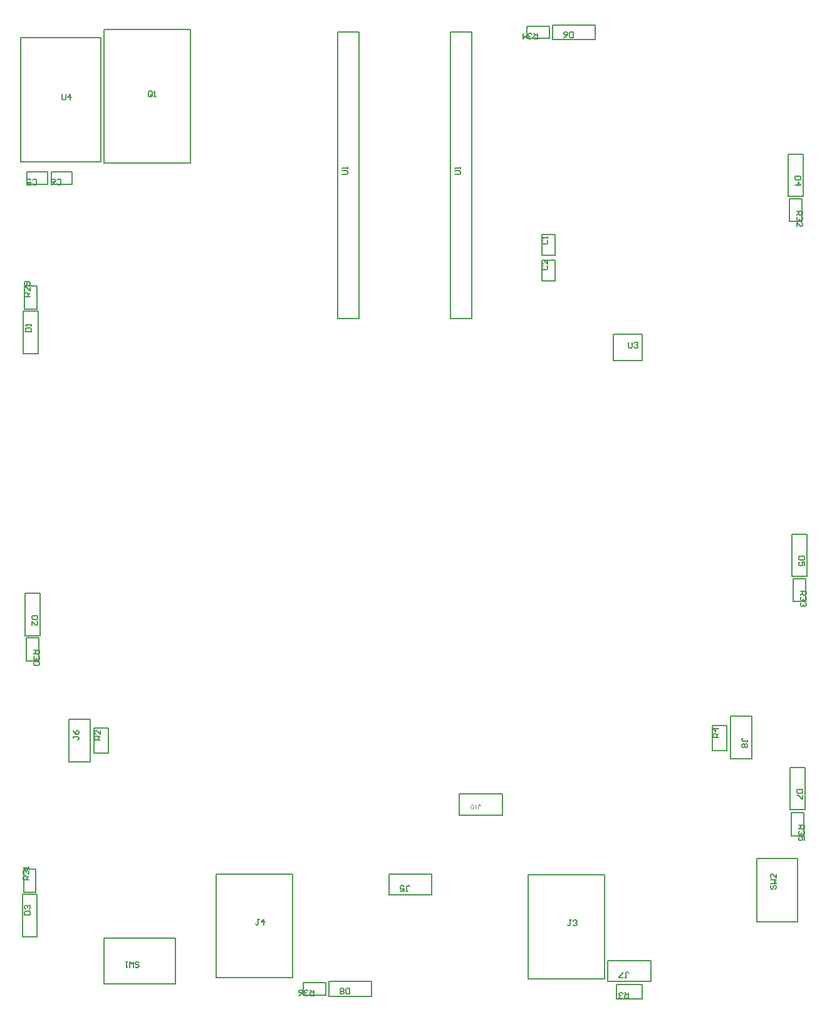
<source format=gbr>
G04*
G04 #@! TF.GenerationSoftware,Altium Limited,Altium Designer,22.4.2 (48)*
G04*
G04 Layer_Color=16711935*
%FSLAX24Y24*%
%MOIN*%
G70*
G04*
G04 #@! TF.SameCoordinates,94B06879-D93D-4629-8478-E99B9EA78D0E*
G04*
G04*
G04 #@! TF.FilePolarity,Positive*
G04*
G01*
G75*
%ADD13C,0.0079*%
%ADD14C,0.0050*%
G36*
X33685Y19250D02*
X33688Y19250D01*
X33690Y19249D01*
X33694Y19249D01*
X33697Y19248D01*
X33701Y19248D01*
X33705Y19247D01*
X33709Y19245D01*
X33714Y19244D01*
X33718Y19242D01*
X33722Y19240D01*
X33726Y19237D01*
X33730Y19234D01*
X33733Y19231D01*
X33733Y19231D01*
X33734Y19230D01*
X33735Y19229D01*
X33736Y19227D01*
X33737Y19225D01*
X33739Y19223D01*
X33740Y19220D01*
X33742Y19217D01*
X33743Y19213D01*
X33745Y19209D01*
X33746Y19204D01*
X33748Y19199D01*
X33749Y19194D01*
X33749Y19188D01*
X33750Y19181D01*
Y19174D01*
X33720Y19170D01*
Y19171D01*
Y19172D01*
X33720Y19173D01*
X33720Y19175D01*
X33719Y19177D01*
X33719Y19180D01*
X33719Y19183D01*
X33718Y19186D01*
X33717Y19193D01*
X33715Y19199D01*
X33714Y19202D01*
X33713Y19205D01*
X33711Y19208D01*
X33709Y19210D01*
X33709Y19210D01*
X33709Y19210D01*
X33708Y19211D01*
X33707Y19211D01*
X33707Y19212D01*
X33705Y19213D01*
X33704Y19214D01*
X33702Y19215D01*
X33700Y19216D01*
X33698Y19217D01*
X33696Y19218D01*
X33694Y19219D01*
X33691Y19219D01*
X33688Y19220D01*
X33686Y19220D01*
X33682Y19220D01*
X33681D01*
X33680Y19220D01*
X33679D01*
X33678Y19220D01*
X33675Y19220D01*
X33672Y19219D01*
X33668Y19218D01*
X33664Y19217D01*
X33661Y19215D01*
X33661D01*
X33660Y19214D01*
X33659Y19214D01*
X33658Y19212D01*
X33656Y19211D01*
X33654Y19208D01*
X33652Y19206D01*
X33650Y19203D01*
X33648Y19199D01*
Y19199D01*
X33648Y19198D01*
X33648Y19198D01*
X33648Y19197D01*
X33648Y19196D01*
X33647Y19195D01*
X33647Y19193D01*
X33646Y19191D01*
X33646Y19189D01*
X33646Y19187D01*
X33646Y19184D01*
X33645Y19182D01*
X33645Y19178D01*
X33645Y19175D01*
X33645Y19172D01*
Y19168D01*
Y18994D01*
X33612D01*
Y19166D01*
Y19166D01*
Y19167D01*
Y19169D01*
X33612Y19171D01*
Y19173D01*
X33612Y19176D01*
X33612Y19180D01*
X33612Y19184D01*
X33613Y19187D01*
X33613Y19191D01*
X33615Y19200D01*
X33616Y19204D01*
X33617Y19207D01*
X33618Y19211D01*
X33619Y19215D01*
Y19215D01*
X33620Y19215D01*
X33620Y19216D01*
X33621Y19217D01*
X33622Y19219D01*
X33623Y19221D01*
X33624Y19222D01*
X33625Y19224D01*
X33627Y19226D01*
X33629Y19229D01*
X33631Y19231D01*
X33633Y19233D01*
X33635Y19235D01*
X33638Y19237D01*
X33640Y19239D01*
X33644Y19241D01*
X33644Y19241D01*
X33644Y19241D01*
X33645Y19242D01*
X33646Y19242D01*
X33648Y19243D01*
X33650Y19244D01*
X33652Y19245D01*
X33655Y19245D01*
X33657Y19246D01*
X33660Y19247D01*
X33664Y19248D01*
X33667Y19249D01*
X33670Y19249D01*
X33674Y19250D01*
X33678Y19250D01*
X33682Y19250D01*
X33684D01*
X33685Y19250D01*
D02*
G37*
G36*
X33484Y19049D02*
X33484Y19049D01*
X33485Y19049D01*
X33485Y19050D01*
X33486Y19051D01*
X33487Y19052D01*
X33489Y19053D01*
X33490Y19054D01*
X33492Y19056D01*
X33494Y19057D01*
X33496Y19059D01*
X33499Y19061D01*
X33501Y19063D01*
X33504Y19064D01*
X33507Y19066D01*
X33514Y19070D01*
X33514Y19071D01*
X33514Y19071D01*
X33515Y19071D01*
X33517Y19072D01*
X33518Y19073D01*
X33520Y19074D01*
X33522Y19075D01*
X33524Y19076D01*
X33529Y19079D01*
X33535Y19081D01*
X33541Y19084D01*
X33546Y19086D01*
Y19056D01*
X33546Y19056D01*
X33545Y19056D01*
X33543Y19055D01*
X33542Y19054D01*
X33539Y19053D01*
X33537Y19052D01*
X33534Y19050D01*
X33531Y19048D01*
X33527Y19046D01*
X33524Y19044D01*
X33516Y19039D01*
X33508Y19033D01*
X33501Y19027D01*
X33500Y19027D01*
X33500Y19026D01*
X33499Y19025D01*
X33498Y19024D01*
X33496Y19022D01*
X33494Y19021D01*
X33492Y19018D01*
X33490Y19016D01*
X33488Y19014D01*
X33485Y19011D01*
X33481Y19005D01*
X33477Y18999D01*
X33475Y18996D01*
X33473Y18993D01*
X33453D01*
Y19246D01*
X33484D01*
Y19049D01*
D02*
G37*
G36*
X33295Y19250D02*
X33298Y19250D01*
X33301Y19249D01*
X33305Y19249D01*
X33308Y19248D01*
X33313Y19247D01*
X33317Y19245D01*
X33322Y19244D01*
X33327Y19242D01*
X33332Y19239D01*
X33336Y19236D01*
X33341Y19233D01*
X33345Y19229D01*
X33349Y19224D01*
Y19224D01*
X33349Y19224D01*
X33350Y19223D01*
X33350Y19223D01*
X33351Y19222D01*
X33352Y19221D01*
X33352Y19220D01*
X33353Y19218D01*
X33354Y19217D01*
X33355Y19215D01*
X33356Y19213D01*
X33357Y19211D01*
X33358Y19208D01*
X33359Y19205D01*
X33361Y19203D01*
X33362Y19200D01*
X33363Y19196D01*
X33364Y19193D01*
X33365Y19189D01*
X33366Y19185D01*
X33367Y19181D01*
X33368Y19177D01*
X33369Y19172D01*
X33370Y19168D01*
X33371Y19163D01*
X33372Y19158D01*
X33372Y19152D01*
X33373Y19146D01*
X33373Y19141D01*
X33374Y19135D01*
X33374Y19128D01*
Y19122D01*
Y19122D01*
Y19121D01*
Y19121D01*
Y19120D01*
Y19119D01*
Y19117D01*
X33374Y19116D01*
Y19114D01*
X33374Y19111D01*
X33373Y19106D01*
X33373Y19101D01*
X33373Y19096D01*
X33372Y19090D01*
X33372Y19085D01*
X33370Y19073D01*
X33369Y19067D01*
X33368Y19061D01*
X33367Y19055D01*
X33365Y19050D01*
X33365Y19049D01*
X33365Y19049D01*
X33364Y19047D01*
X33363Y19045D01*
X33362Y19043D01*
X33361Y19040D01*
X33360Y19037D01*
X33358Y19034D01*
X33356Y19031D01*
X33354Y19028D01*
X33352Y19024D01*
X33350Y19021D01*
X33347Y19017D01*
X33344Y19014D01*
X33341Y19011D01*
X33338Y19008D01*
X33337Y19008D01*
X33337Y19007D01*
X33336Y19006D01*
X33334Y19005D01*
X33332Y19004D01*
X33330Y19003D01*
X33328Y19002D01*
X33325Y19000D01*
X33322Y18999D01*
X33318Y18998D01*
X33315Y18996D01*
X33311Y18995D01*
X33306Y18994D01*
X33302Y18994D01*
X33297Y18993D01*
X33292Y18993D01*
X33290D01*
X33288Y18993D01*
X33287D01*
X33285Y18993D01*
X33282Y18994D01*
X33280Y18994D01*
X33274Y18995D01*
X33268Y18996D01*
X33262Y18998D01*
X33259Y19000D01*
X33256Y19001D01*
X33256D01*
X33256Y19002D01*
X33255Y19002D01*
X33254Y19003D01*
X33253Y19004D01*
X33251Y19005D01*
X33249Y19006D01*
X33247Y19007D01*
X33244Y19010D01*
X33239Y19015D01*
X33235Y19019D01*
X33231Y19025D01*
X33231Y19025D01*
X33231Y19026D01*
X33230Y19027D01*
X33230Y19028D01*
X33229Y19029D01*
X33228Y19031D01*
X33227Y19033D01*
X33226Y19035D01*
X33224Y19038D01*
X33223Y19041D01*
X33222Y19044D01*
X33220Y19047D01*
X33219Y19051D01*
X33218Y19054D01*
X33217Y19058D01*
X33216Y19062D01*
Y19062D01*
X33215Y19063D01*
X33215Y19064D01*
X33215Y19066D01*
X33214Y19068D01*
X33214Y19071D01*
X33213Y19074D01*
X33213Y19078D01*
X33212Y19082D01*
X33212Y19086D01*
X33211Y19091D01*
X33211Y19097D01*
X33210Y19102D01*
X33210Y19108D01*
X33210Y19115D01*
Y19122D01*
Y19122D01*
Y19122D01*
Y19123D01*
Y19124D01*
Y19125D01*
Y19126D01*
X33210Y19127D01*
Y19129D01*
X33210Y19133D01*
X33210Y19137D01*
X33211Y19142D01*
X33211Y19147D01*
X33211Y19153D01*
X33212Y19159D01*
X33214Y19170D01*
X33215Y19176D01*
X33216Y19182D01*
X33217Y19188D01*
X33219Y19193D01*
X33219Y19194D01*
X33219Y19194D01*
X33220Y19196D01*
X33221Y19198D01*
X33222Y19200D01*
X33223Y19203D01*
X33224Y19206D01*
X33226Y19209D01*
X33228Y19212D01*
X33230Y19215D01*
X33232Y19219D01*
X33234Y19223D01*
X33237Y19226D01*
X33240Y19229D01*
X33243Y19232D01*
X33246Y19235D01*
X33247Y19235D01*
X33247Y19236D01*
X33248Y19237D01*
X33250Y19238D01*
X33252Y19239D01*
X33254Y19240D01*
X33256Y19241D01*
X33259Y19243D01*
X33262Y19244D01*
X33266Y19245D01*
X33269Y19247D01*
X33273Y19248D01*
X33278Y19249D01*
X33282Y19249D01*
X33287Y19250D01*
X33292Y19250D01*
X33294D01*
X33295Y19250D01*
D02*
G37*
%LPC*%
G36*
X33292Y19225D02*
X33291D01*
X33290Y19224D01*
X33288Y19224D01*
X33287Y19224D01*
X33284Y19223D01*
X33282Y19223D01*
X33280Y19222D01*
X33277Y19221D01*
X33274Y19220D01*
X33271Y19218D01*
X33268Y19216D01*
X33265Y19214D01*
X33262Y19211D01*
X33259Y19208D01*
X33256Y19204D01*
X33256Y19204D01*
X33256Y19203D01*
X33255Y19202D01*
X33254Y19200D01*
X33253Y19197D01*
X33252Y19194D01*
X33250Y19191D01*
X33249Y19186D01*
X33248Y19184D01*
X33248Y19181D01*
X33247Y19178D01*
X33246Y19175D01*
X33246Y19172D01*
X33245Y19168D01*
X33244Y19165D01*
X33244Y19161D01*
X33244Y19157D01*
X33243Y19152D01*
X33243Y19148D01*
X33242Y19143D01*
X33242Y19138D01*
X33242Y19133D01*
X33242Y19127D01*
Y19122D01*
Y19122D01*
Y19121D01*
Y19120D01*
Y19119D01*
Y19118D01*
Y19116D01*
X33242Y19114D01*
Y19112D01*
X33242Y19109D01*
Y19107D01*
X33242Y19101D01*
X33243Y19095D01*
X33244Y19088D01*
X33244Y19081D01*
X33245Y19074D01*
X33246Y19067D01*
X33248Y19061D01*
X33249Y19054D01*
X33252Y19049D01*
X33253Y19046D01*
X33254Y19044D01*
X33255Y19041D01*
X33256Y19039D01*
X33256Y19039D01*
X33257Y19038D01*
X33258Y19037D01*
X33259Y19036D01*
X33260Y19035D01*
X33262Y19033D01*
X33264Y19031D01*
X33266Y19029D01*
X33269Y19027D01*
X33271Y19025D01*
X33274Y19023D01*
X33278Y19022D01*
X33281Y19021D01*
X33284Y19020D01*
X33288Y19019D01*
X33292Y19019D01*
X33293D01*
X33294Y19019D01*
X33296Y19019D01*
X33298Y19019D01*
X33300Y19020D01*
X33302Y19020D01*
X33304Y19021D01*
X33307Y19022D01*
X33310Y19023D01*
X33313Y19024D01*
X33316Y19026D01*
X33318Y19028D01*
X33321Y19031D01*
X33324Y19034D01*
X33326Y19037D01*
X33326Y19037D01*
X33327Y19038D01*
X33328Y19039D01*
X33329Y19041D01*
X33330Y19044D01*
X33331Y19047D01*
X33333Y19051D01*
X33334Y19056D01*
X33335Y19059D01*
X33336Y19061D01*
X33337Y19064D01*
X33337Y19068D01*
X33338Y19071D01*
X33338Y19075D01*
X33339Y19078D01*
X33340Y19082D01*
X33340Y19087D01*
X33341Y19091D01*
X33341Y19095D01*
X33341Y19100D01*
X33342Y19105D01*
X33342Y19111D01*
X33342Y19116D01*
Y19122D01*
Y19122D01*
Y19122D01*
Y19123D01*
Y19124D01*
Y19126D01*
X33342Y19128D01*
Y19130D01*
Y19132D01*
X33342Y19134D01*
Y19137D01*
X33341Y19142D01*
X33341Y19149D01*
X33340Y19155D01*
X33340Y19162D01*
X33339Y19169D01*
X33337Y19176D01*
X33336Y19183D01*
X33335Y19189D01*
X33332Y19195D01*
X33331Y19197D01*
X33330Y19200D01*
X33329Y19202D01*
X33328Y19204D01*
X33328Y19204D01*
X33327Y19205D01*
X33326Y19206D01*
X33325Y19207D01*
X33324Y19209D01*
X33322Y19211D01*
X33320Y19213D01*
X33318Y19214D01*
X33315Y19216D01*
X33313Y19218D01*
X33310Y19220D01*
X33306Y19221D01*
X33303Y19223D01*
X33300Y19224D01*
X33296Y19224D01*
X33292Y19225D01*
D02*
G37*
%LPD*%
D13*
X34888Y18691D02*
Y19809D01*
X32612D02*
X34888D01*
X32612Y18691D02*
Y19809D01*
Y18691D02*
X34888D01*
X17509Y9730D02*
Y12170D01*
X13691D02*
X17509D01*
X13691Y9730D02*
Y12170D01*
Y9730D02*
X17509D01*
X39822Y59906D02*
Y60694D01*
X37578D02*
X39822D01*
X37578Y59906D02*
Y60694D01*
Y59906D02*
X39822D01*
X37410Y59975D02*
Y60625D01*
X36190D02*
X37410D01*
X36190Y59975D02*
Y60625D01*
Y59975D02*
X37410D01*
X26135Y45086D02*
X27265D01*
Y60314D01*
X26135D02*
X27265D01*
X26135Y45086D02*
Y60314D01*
X32135Y45086D02*
X33265D01*
Y60314D01*
X32135D02*
X33265D01*
X32135Y45086D02*
Y60314D01*
X9475Y45590D02*
X10125D01*
Y46810D01*
X9475D02*
X10125D01*
X9475Y45590D02*
Y46810D01*
X9425Y14590D02*
X10075D01*
Y15810D01*
X9425D02*
X10075D01*
X9425Y14590D02*
Y15810D01*
X50375Y31260D02*
X51025D01*
X50375Y30040D02*
Y31260D01*
Y30040D02*
X51025D01*
Y31260D01*
X50275Y18810D02*
X50925D01*
X50275Y17590D02*
Y18810D01*
Y17590D02*
X50925D01*
Y18810D01*
X50175Y51460D02*
X50825D01*
X50175Y50240D02*
Y51460D01*
Y50240D02*
X50825D01*
Y51460D01*
X9575Y28110D02*
X10225D01*
X9575Y26890D02*
Y28110D01*
Y26890D02*
X10225D01*
Y28110D01*
X25510Y9125D02*
Y9775D01*
X24290D02*
X25510D01*
X24290Y9125D02*
Y9775D01*
Y9125D02*
X25510D01*
X50306Y33622D02*
X51094D01*
X50306Y31378D02*
Y33622D01*
Y31378D02*
X51094D01*
Y33622D01*
X27922Y9056D02*
Y9844D01*
X25678D02*
X27922D01*
X25678Y9056D02*
Y9844D01*
Y9056D02*
X27922D01*
X50206Y21222D02*
X50994D01*
X50206Y18978D02*
Y21222D01*
Y18978D02*
X50994D01*
Y21222D01*
X50106Y53822D02*
X50894D01*
X50106Y51578D02*
Y53822D01*
Y51578D02*
X50894D01*
Y53822D01*
X9406Y43228D02*
X10194D01*
Y45472D01*
X9406D02*
X10194D01*
X9406Y43228D02*
Y45472D01*
X9506Y30472D02*
X10294D01*
X9506Y28228D02*
Y30472D01*
Y28228D02*
X10294D01*
Y30472D01*
X9356Y12228D02*
X10144D01*
Y14472D01*
X9356D02*
X10144D01*
X9356Y12228D02*
Y14472D01*
X48426Y13036D02*
X50592D01*
Y16383D01*
X48426D02*
X50592D01*
X48426Y13036D02*
Y16383D01*
X37015Y47099D02*
X37685D01*
Y48201D01*
X37015D02*
X37685D01*
X37015Y47099D02*
Y48201D01*
Y48449D02*
X37685D01*
Y49551D01*
X37015D02*
X37685D01*
X37015Y48449D02*
Y49551D01*
X40794Y42851D02*
Y44249D01*
Y42851D02*
X42330D01*
Y44249D01*
X40794D02*
X42330D01*
X9254Y53423D02*
Y60037D01*
Y53423D02*
X13546D01*
Y60037D01*
X9254D02*
X13546D01*
X13711Y53361D02*
Y60439D01*
Y53361D02*
X18289D01*
Y60439D01*
X13711D02*
X18289D01*
X12001Y52215D02*
Y52885D01*
X10899D02*
X12001D01*
X10899Y52215D02*
Y52885D01*
Y52215D02*
X12001D01*
X10701D02*
Y52885D01*
X9599D02*
X10701D01*
X9599Y52215D02*
Y52885D01*
Y52215D02*
X10701D01*
X19661Y10046D02*
Y15564D01*
Y10046D02*
X23739D01*
Y15564D01*
X19661D02*
X23739D01*
X36261Y9996D02*
Y15514D01*
Y9996D02*
X40339D01*
Y15514D01*
X36261D02*
X40339D01*
X31138Y14441D02*
Y15559D01*
X28862D02*
X31138D01*
X28862Y14441D02*
Y15559D01*
Y14441D02*
X31138D01*
X47036Y23968D02*
X48154D01*
X47036Y21692D02*
Y23968D01*
Y21692D02*
X48154D01*
Y23968D01*
X42788Y9841D02*
Y10959D01*
X40512D02*
X42788D01*
X40512Y9841D02*
Y10959D01*
Y9841D02*
X42788D01*
X11841Y21512D02*
X12959D01*
Y23788D01*
X11841D02*
X12959D01*
X11841Y21512D02*
Y23788D01*
X46069Y22109D02*
X46821D01*
Y23451D01*
X46069D02*
X46821D01*
X46069Y22109D02*
Y23451D01*
X42321Y8924D02*
Y9676D01*
X40979D02*
X42321D01*
X40979Y8924D02*
Y9676D01*
Y8924D02*
X42321D01*
X13174Y21979D02*
X13926D01*
Y23321D01*
X13174D02*
X13926D01*
X13174Y21979D02*
Y23321D01*
D14*
X15350Y10650D02*
X15400Y10600D01*
X15500D01*
X15550Y10650D01*
Y10700D01*
X15500Y10750D01*
X15400D01*
X15350Y10800D01*
Y10850D01*
X15400Y10900D01*
X15500D01*
X15550Y10850D01*
X15250Y10600D02*
Y10900D01*
X15150Y10800D01*
X15050Y10900D01*
Y10600D01*
X14950Y10900D02*
X14850D01*
X14900D01*
Y10600D01*
X14950Y10650D01*
X9950Y27450D02*
X10250D01*
Y27300D01*
X10200Y27250D01*
X10100D01*
X10050Y27300D01*
Y27450D01*
Y27350D02*
X9950Y27250D01*
X10200Y27150D02*
X10250Y27100D01*
Y27000D01*
X10200Y26950D01*
X10150D01*
X10100Y27000D01*
Y27050D01*
Y27000D01*
X10050Y26950D01*
X10000D01*
X9950Y27000D01*
Y27100D01*
X10000Y27150D01*
X10200Y26850D02*
X10250Y26800D01*
Y26700D01*
X10200Y26650D01*
X10000D01*
X9950Y26700D01*
Y26800D01*
X10000Y26850D01*
X10200D01*
X38650Y60024D02*
Y60324D01*
X38500D01*
X38450Y60274D01*
Y60074D01*
X38500Y60024D01*
X38650D01*
X38150D02*
X38250Y60074D01*
X38350Y60174D01*
Y60274D01*
X38300Y60324D01*
X38200D01*
X38150Y60274D01*
Y60224D01*
X38200Y60174D01*
X38350D01*
X36750Y60250D02*
Y59950D01*
X36600D01*
X36550Y60000D01*
Y60100D01*
X36600Y60150D01*
X36750D01*
X36650D02*
X36550Y60250D01*
X36450Y60000D02*
X36400Y59950D01*
X36300D01*
X36250Y60000D01*
Y60050D01*
X36300Y60100D01*
X36350D01*
X36300D01*
X36250Y60150D01*
Y60200D01*
X36300Y60250D01*
X36400D01*
X36450Y60200D01*
X36000Y60250D02*
Y59950D01*
X36150Y60100D01*
X35950D01*
X26350Y52750D02*
X26600D01*
X26650Y52800D01*
Y52900D01*
X26600Y52950D01*
X26350D01*
X26650Y53050D02*
Y53150D01*
Y53100D01*
X26350D01*
X26400Y53050D01*
X32350Y52750D02*
X32600D01*
X32650Y52800D01*
Y52900D01*
X32600Y52950D01*
X32350D01*
X32650Y53050D02*
Y53150D01*
Y53100D01*
X32350D01*
X32400Y53050D01*
X9750Y46250D02*
X9450D01*
Y46400D01*
X9500Y46450D01*
X9600D01*
X9650Y46400D01*
Y46250D01*
Y46350D02*
X9750Y46450D01*
Y46750D02*
Y46550D01*
X9550Y46750D01*
X9500D01*
X9450Y46700D01*
Y46600D01*
X9500Y46550D01*
X9700Y46850D02*
X9750Y46900D01*
Y47000D01*
X9700Y47050D01*
X9500D01*
X9450Y47000D01*
Y46900D01*
X9500Y46850D01*
X9550D01*
X9600Y46900D01*
Y47050D01*
X9700Y15250D02*
X9400D01*
Y15400D01*
X9450Y15450D01*
X9550D01*
X9600Y15400D01*
Y15250D01*
Y15350D02*
X9700Y15450D01*
X9450Y15550D02*
X9400Y15600D01*
Y15700D01*
X9450Y15750D01*
X9500D01*
X9550Y15700D01*
Y15650D01*
Y15700D01*
X9600Y15750D01*
X9650D01*
X9700Y15700D01*
Y15600D01*
X9650Y15550D01*
X9700Y15850D02*
Y15950D01*
Y15900D01*
X9400D01*
X9450Y15850D01*
X50750Y30600D02*
X51050D01*
Y30450D01*
X51000Y30400D01*
X50900D01*
X50850Y30450D01*
Y30600D01*
Y30500D02*
X50750Y30400D01*
X51000Y30300D02*
X51050Y30250D01*
Y30150D01*
X51000Y30100D01*
X50950D01*
X50900Y30150D01*
Y30200D01*
Y30150D01*
X50850Y30100D01*
X50800D01*
X50750Y30150D01*
Y30250D01*
X50800Y30300D01*
X51000Y30000D02*
X51050Y29950D01*
Y29850D01*
X51000Y29800D01*
X50950D01*
X50900Y29850D01*
Y29900D01*
Y29850D01*
X50850Y29800D01*
X50800D01*
X50750Y29850D01*
Y29950D01*
X50800Y30000D01*
X50650Y18150D02*
X50950D01*
Y18000D01*
X50900Y17950D01*
X50800D01*
X50750Y18000D01*
Y18150D01*
Y18050D02*
X50650Y17950D01*
X50900Y17850D02*
X50950Y17800D01*
Y17700D01*
X50900Y17650D01*
X50850D01*
X50800Y17700D01*
Y17750D01*
Y17700D01*
X50750Y17650D01*
X50700D01*
X50650Y17700D01*
Y17800D01*
X50700Y17850D01*
X50950Y17350D02*
Y17550D01*
X50800D01*
X50850Y17450D01*
Y17400D01*
X50800Y17350D01*
X50700D01*
X50650Y17400D01*
Y17500D01*
X50700Y17550D01*
X50550Y50800D02*
X50850D01*
Y50650D01*
X50800Y50600D01*
X50700D01*
X50650Y50650D01*
Y50800D01*
Y50700D02*
X50550Y50600D01*
X50800Y50500D02*
X50850Y50450D01*
Y50350D01*
X50800Y50300D01*
X50750D01*
X50700Y50350D01*
Y50400D01*
Y50350D01*
X50650Y50300D01*
X50600D01*
X50550Y50350D01*
Y50450D01*
X50600Y50500D01*
X50550Y50000D02*
Y50200D01*
X50750Y50000D01*
X50800D01*
X50850Y50050D01*
Y50150D01*
X50800Y50200D01*
X24850Y9400D02*
Y9100D01*
X24700D01*
X24650Y9150D01*
Y9250D01*
X24700Y9300D01*
X24850D01*
X24750D02*
X24650Y9400D01*
X24550Y9150D02*
X24500Y9100D01*
X24400D01*
X24350Y9150D01*
Y9200D01*
X24400Y9250D01*
X24450D01*
X24400D01*
X24350Y9300D01*
Y9350D01*
X24400Y9400D01*
X24500D01*
X24550Y9350D01*
X24050Y9100D02*
X24150Y9150D01*
X24250Y9250D01*
Y9350D01*
X24200Y9400D01*
X24100D01*
X24050Y9350D01*
Y9300D01*
X24100Y9250D01*
X24250D01*
X50976Y32450D02*
X50676D01*
Y32300D01*
X50726Y32250D01*
X50926D01*
X50976Y32300D01*
Y32450D01*
Y31950D02*
Y32150D01*
X50826D01*
X50876Y32050D01*
Y32000D01*
X50826Y31950D01*
X50726D01*
X50676Y32000D01*
Y32100D01*
X50726Y32150D01*
X26750Y9174D02*
Y9474D01*
X26600D01*
X26550Y9424D01*
Y9224D01*
X26600Y9174D01*
X26750D01*
X26450Y9224D02*
X26400Y9174D01*
X26300D01*
X26250Y9224D01*
Y9274D01*
X26300Y9324D01*
X26250Y9374D01*
Y9424D01*
X26300Y9474D01*
X26400D01*
X26450Y9424D01*
Y9374D01*
X26400Y9324D01*
X26450Y9274D01*
Y9224D01*
X26400Y9324D02*
X26300D01*
X50876Y20050D02*
X50576D01*
Y19900D01*
X50626Y19850D01*
X50826D01*
X50876Y19900D01*
Y20050D01*
Y19750D02*
Y19550D01*
X50826D01*
X50626Y19750D01*
X50576D01*
X50776Y52650D02*
X50476D01*
Y52500D01*
X50526Y52450D01*
X50726D01*
X50776Y52500D01*
Y52650D01*
X50476Y52200D02*
X50776D01*
X50626Y52350D01*
Y52150D01*
X9524Y44400D02*
X9824D01*
Y44550D01*
X9774Y44600D01*
X9574D01*
X9524Y44550D01*
Y44400D01*
X9824Y44700D02*
Y44800D01*
Y44750D01*
X9524D01*
X9574Y44700D01*
X10176Y29300D02*
X9876D01*
Y29150D01*
X9926Y29100D01*
X10126D01*
X10176Y29150D01*
Y29300D01*
X9876Y28800D02*
Y29000D01*
X10076Y28800D01*
X10126D01*
X10176Y28850D01*
Y28950D01*
X10126Y29000D01*
X9474Y13400D02*
X9774D01*
Y13550D01*
X9724Y13600D01*
X9524D01*
X9474Y13550D01*
Y13400D01*
X9524Y13700D02*
X9474Y13750D01*
Y13850D01*
X9524Y13900D01*
X9574D01*
X9624Y13850D01*
Y13800D01*
Y13850D01*
X9674Y13900D01*
X9724D01*
X9774Y13850D01*
Y13750D01*
X9724Y13700D01*
X49209Y14959D02*
X49159Y14909D01*
Y14809D01*
X49209Y14759D01*
X49259D01*
X49309Y14809D01*
Y14909D01*
X49359Y14959D01*
X49409D01*
X49459Y14909D01*
Y14809D01*
X49409Y14759D01*
X49159Y15059D02*
X49459D01*
X49359Y15159D01*
X49459Y15259D01*
X49159D01*
X49459Y15559D02*
Y15359D01*
X49259Y15559D01*
X49209D01*
X49159Y15509D01*
Y15409D01*
X49209Y15359D01*
X37050Y47900D02*
X37000Y47850D01*
Y47750D01*
X37050Y47700D01*
X37250D01*
X37300Y47750D01*
Y47850D01*
X37250Y47900D01*
X37300Y48200D02*
Y48000D01*
X37100Y48200D01*
X37050D01*
X37000Y48150D01*
Y48050D01*
X37050Y48000D01*
Y49250D02*
X37000Y49200D01*
Y49100D01*
X37050Y49050D01*
X37250D01*
X37300Y49100D01*
Y49200D01*
X37250Y49250D01*
X37300Y49350D02*
Y49450D01*
Y49400D01*
X37000D01*
X37050Y49350D01*
X41612Y43826D02*
Y43576D01*
X41662Y43526D01*
X41762D01*
X41812Y43576D01*
Y43826D01*
X41912Y43776D02*
X41962Y43826D01*
X42062D01*
X42112Y43776D01*
Y43726D01*
X42062Y43676D01*
X42012D01*
X42062D01*
X42112Y43626D01*
Y43576D01*
X42062Y43526D01*
X41962D01*
X41912Y43576D01*
X11450Y57006D02*
Y56756D01*
X11500Y56706D01*
X11600D01*
X11650Y56756D01*
Y57006D01*
X11900Y56706D02*
Y57006D01*
X11750Y56856D01*
X11950D01*
X16250Y56926D02*
Y57126D01*
X16200Y57176D01*
X16100D01*
X16050Y57126D01*
Y56926D01*
X16100Y56876D01*
X16200D01*
X16150Y56976D02*
X16250Y56876D01*
X16200D02*
X16250Y56926D01*
X16350Y56876D02*
X16450D01*
X16400D01*
Y57176D01*
X16350Y57126D01*
X11200Y52250D02*
X11250Y52200D01*
X11350D01*
X11400Y52250D01*
Y52450D01*
X11350Y52500D01*
X11250D01*
X11200Y52450D01*
X10900Y52200D02*
X11000Y52250D01*
X11100Y52350D01*
Y52450D01*
X11050Y52500D01*
X10950D01*
X10900Y52450D01*
Y52400D01*
X10950Y52350D01*
X11100D01*
X9900Y52250D02*
X9950Y52200D01*
X10050D01*
X10100Y52250D01*
Y52450D01*
X10050Y52500D01*
X9950D01*
X9900Y52450D01*
X9600Y52200D02*
X9800D01*
Y52350D01*
X9700Y52300D01*
X9650D01*
X9600Y52350D01*
Y52450D01*
X9650Y52500D01*
X9750D01*
X9800Y52450D01*
X21950Y13155D02*
X21850D01*
X21900D01*
Y12905D01*
X21850Y12855D01*
X21800D01*
X21750Y12905D01*
X22200Y12855D02*
Y13155D01*
X22050Y13005D01*
X22250D01*
X38550Y13105D02*
X38450D01*
X38500D01*
Y12855D01*
X38450Y12805D01*
X38400D01*
X38350Y12855D01*
X38650Y13055D02*
X38700Y13105D01*
X38800D01*
X38850Y13055D01*
Y13005D01*
X38800Y12955D01*
X38750D01*
X38800D01*
X38850Y12905D01*
Y12855D01*
X38800Y12805D01*
X38700D01*
X38650Y12855D01*
X29750Y14650D02*
X29850D01*
X29800D01*
Y14900D01*
X29850Y14950D01*
X29900D01*
X29950Y14900D01*
X29450Y14650D02*
X29650D01*
Y14800D01*
X29550Y14750D01*
X29500D01*
X29450Y14800D01*
Y14900D01*
X29500Y14950D01*
X29600D01*
X29650Y14900D01*
X47945Y22580D02*
Y22680D01*
Y22630D01*
X47695D01*
X47645Y22680D01*
Y22730D01*
X47695Y22780D01*
X47895Y22480D02*
X47945Y22430D01*
Y22330D01*
X47895Y22280D01*
X47845D01*
X47795Y22330D01*
X47745Y22280D01*
X47695D01*
X47645Y22330D01*
Y22430D01*
X47695Y22480D01*
X47745D01*
X47795Y22430D01*
X47845Y22480D01*
X47895D01*
X47795Y22430D02*
Y22330D01*
X41400Y10050D02*
X41500D01*
X41450D01*
Y10300D01*
X41500Y10350D01*
X41550D01*
X41600Y10300D01*
X41300Y10050D02*
X41100D01*
Y10100D01*
X41300Y10300D01*
Y10350D01*
X12050Y22900D02*
Y22800D01*
Y22850D01*
X12300D01*
X12350Y22800D01*
Y22750D01*
X12300Y22700D01*
X12050Y23200D02*
X12100Y23100D01*
X12200Y23000D01*
X12300D01*
X12350Y23050D01*
Y23150D01*
X12300Y23200D01*
X12250D01*
X12200Y23150D01*
Y23000D01*
X46395Y22830D02*
X46095D01*
Y22980D01*
X46145Y23030D01*
X46245D01*
X46295Y22980D01*
Y22830D01*
Y22930D02*
X46395Y23030D01*
Y23280D02*
X46095D01*
X46245Y23130D01*
Y23330D01*
X41600Y9250D02*
Y8950D01*
X41450D01*
X41400Y9000D01*
Y9100D01*
X41450Y9150D01*
X41600D01*
X41500D02*
X41400Y9250D01*
X41300Y9000D02*
X41250Y8950D01*
X41150D01*
X41100Y9000D01*
Y9050D01*
X41150Y9100D01*
X41200D01*
X41150D01*
X41100Y9150D01*
Y9200D01*
X41150Y9250D01*
X41250D01*
X41300Y9200D01*
X13500Y22700D02*
X13200D01*
Y22850D01*
X13250Y22900D01*
X13350D01*
X13400Y22850D01*
Y22700D01*
Y22800D02*
X13500Y22900D01*
Y23200D02*
Y23000D01*
X13300Y23200D01*
X13250D01*
X13200Y23150D01*
Y23050D01*
X13250Y23000D01*
M02*

</source>
